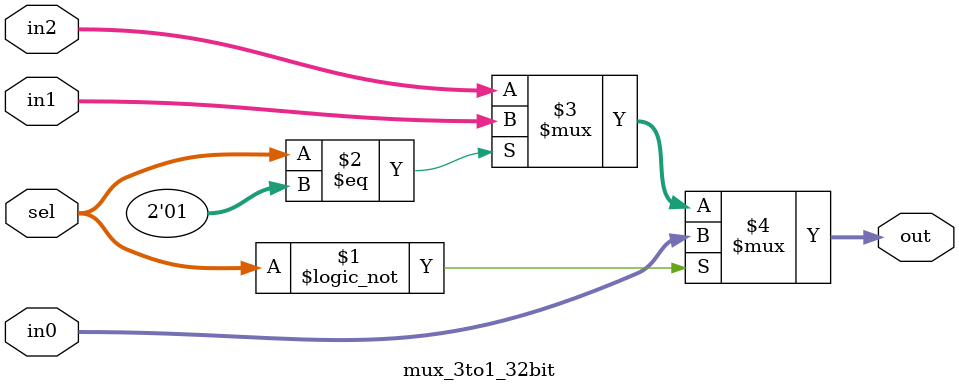
<source format=v>
module mux_3to1_32bit (out, in0, in1, in2, sel);
input [31:0] in0;
input [31:0] in1;
input [31:0] in2;
input [1:0] sel;
output [31:0] out;

assign out = (sel == 2'b00) ? in0 : (sel == 2'b01) ? in1 : in2;

endmodule

</source>
